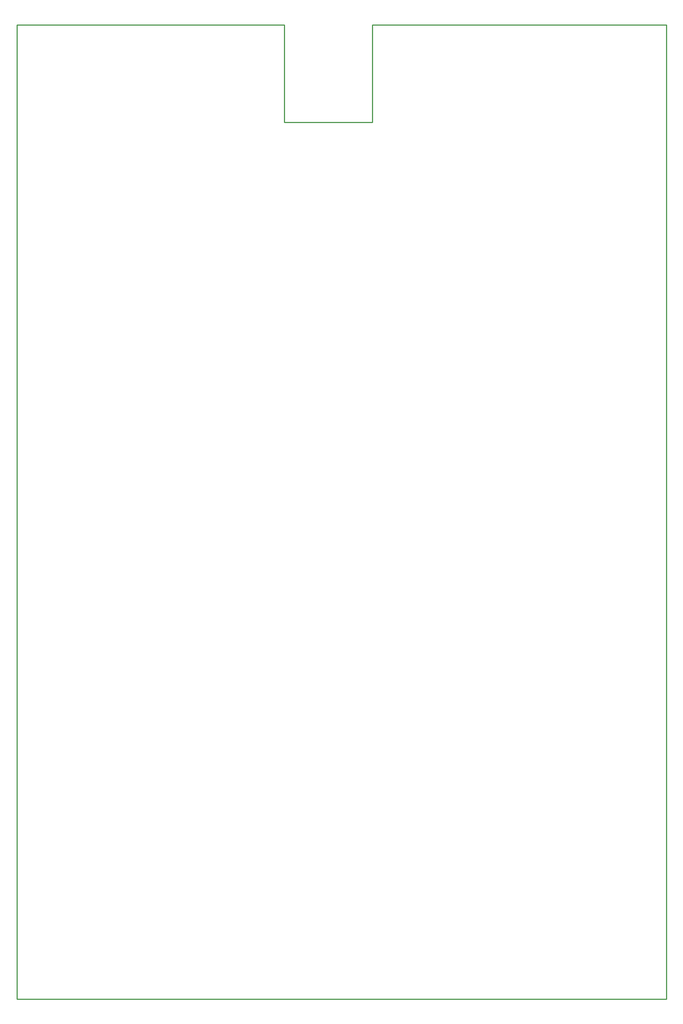
<source format=gbp>
G04*
G04 #@! TF.GenerationSoftware,Altium Limited,Altium Designer,21.2.0 (30)*
G04*
G04 Layer_Color=128*
%FSLAX25Y25*%
%MOIN*%
G70*
G04*
G04 #@! TF.SameCoordinates,475EB507-A4AD-49FA-98AF-DF7EEACF21B2*
G04*
G04*
G04 #@! TF.FilePolarity,Positive*
G04*
G01*
G75*
%ADD10C,0.01000*%
D10*
X347000Y868500D02*
Y958500D01*
Y868500D02*
X428500D01*
Y958500D01*
X700000D01*
Y58500D02*
Y958500D01*
X100000Y58500D02*
X700000D01*
X100000D02*
Y958500D01*
X347000D01*
M02*

</source>
